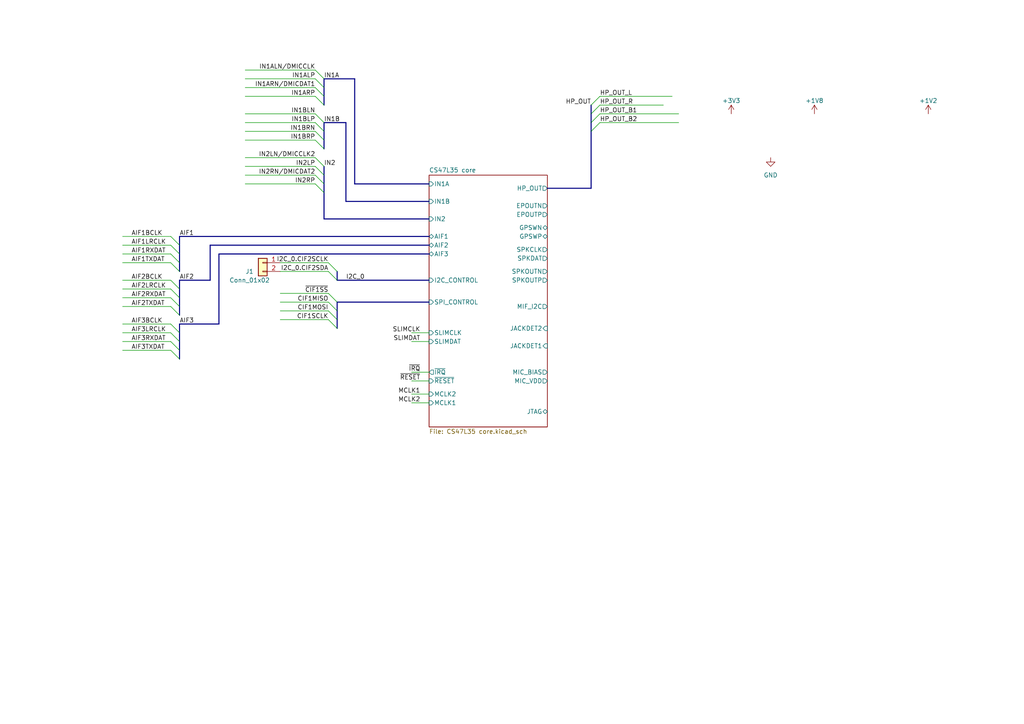
<source format=kicad_sch>
(kicad_sch (version 20230121) (generator eeschema)
  (paper "A4")
  (lib_symbols
    (symbol "Connector_Generic:Conn_01x02" (pin_names (offset 1.016) hide)
      (property "Reference" "J" (at 0 2.54 0))
      (property "Value" "Conn_01x02" (at 0 -5.08 0))
      (symbol "Conn_01x02_1_1"
        (rectangle (start -1.27 -2.413) (end 0 -2.667) (stroke (width 0.1524)))
        (rectangle (start -1.27 0.127) (end 0 -0.127) (stroke (width 0.1524)))
        (rectangle (start -1.27 1.27) (end 1.27 -3.81) (stroke (width 0.254)) (fill (type background)))
        (pin passive line (at -5.08 0 0) (length 3.81) (name "Pin_1") (number "1"))
        (pin passive line (at -5.08 -2.54 0) (length 3.81) (name "Pin_2") (number "2"))
      )
    )
    (symbol "power:+1V2" (power) (pin_names (offset 0))
      (property "Value" "+1V2" (at 0 3.556 0))
      (symbol "+1V2_0_1"
        (polyline (pts (xy -0.762 1.27) (xy 0 2.54)))
        (polyline (pts (xy 0 0) (xy 0 2.54)))
        (polyline (pts (xy 0 2.54) (xy 0.762 1.27)))
      )
      (symbol "+1V2_1_1"
        (pin power_in line (at 0 0 90) (length 0) hide (name "+1V2") (number "1"))
      )
    )
    (symbol "power:+1V8" (power) (pin_names (offset 0))
      (property "Value" "+1V8" (at 0 3.556 0))
      (symbol "+1V8_0_1"
        (polyline (pts (xy -0.762 1.27) (xy 0 2.54)))
        (polyline (pts (xy 0 0) (xy 0 2.54)))
        (polyline (pts (xy 0 2.54) (xy 0.762 1.27)))
      )
      (symbol "+1V8_1_1"
        (pin power_in line (at 0 0 90) (length 0) hide (name "+1V8") (number "1"))
      )
    )
    (symbol "power:+3V3" (power) (pin_names (offset 0))
      (property "Value" "+3V3" (at 0 3.556 0))
      (symbol "+3V3_0_1"
        (polyline (pts (xy -0.762 1.27) (xy 0 2.54)))
        (polyline (pts (xy 0 0) (xy 0 2.54)))
        (polyline (pts (xy 0 2.54) (xy 0.762 1.27)))
      )
      (symbol "+3V3_1_1"
        (pin power_in line (at 0 0 90) (length 0) hide (name "+3V3") (number "1"))
      )
    )
    (symbol "power:GND" (power) (pin_names (offset 0))
      (property "Value" "GND" (at 0 -3.81 0))
      (symbol "GND_0_1"
        (polyline (pts (xy 0 0) (xy 0 -1.27) (xy 1.27 -1.27) (xy 0 -2.54) (xy -1.27 -1.27) (xy 0 -1.27)))
      )
      (symbol "GND_1_1"
        (pin power_in line (at 0 0 270) (length 0) hide (name "GND") (number "1"))
      )
    )
  )
  (bus_entry (at 173.99 33.02) (size -2.54 2.54))
  (bus_entry (at 93.98 38.1) (size -2.54 -2.54))
  (bus_entry (at 49.53 93.98) (size 2.54 2.54))
  (bus_entry (at 97.79 81.28) (size -2.54 -2.54))
  (bus_entry (at 93.98 30.48) (size -2.54 -2.54))
  (bus_entry (at 49.53 86.36) (size 2.54 2.54))
  (bus_entry (at 93.98 35.56) (size -2.54 -2.54))
  (bus_entry (at 93.98 25.4) (size -2.54 -2.54))
  (bus_entry (at 49.53 88.9) (size 2.54 2.54))
  (bus_entry (at 49.53 101.6) (size 2.54 2.54))
  (bus_entry (at 49.53 76.2) (size 2.54 2.54))
  (bus_entry (at 97.79 90.17) (size -2.54 -2.54))
  (bus_entry (at 49.53 68.58) (size 2.54 2.54))
  (bus_entry (at 49.53 96.52) (size 2.54 2.54))
  (bus_entry (at 97.79 78.74) (size -2.54 -2.54))
  (bus_entry (at 49.53 73.66) (size 2.54 2.54))
  (bus_entry (at 91.44 53.34) (size 2.54 2.54))
  (bus_entry (at 91.44 50.8) (size 2.54 2.54))
  (bus_entry (at 97.79 95.25) (size -2.54 -2.54))
  (bus_entry (at 91.44 45.72) (size 2.54 2.54))
  (bus_entry (at 49.53 81.28) (size 2.54 2.54))
  (bus_entry (at 173.99 30.48) (size -2.54 2.54))
  (bus_entry (at 93.98 43.18) (size -2.54 -2.54))
  (bus_entry (at 97.79 87.63) (size -2.54 -2.54))
  (bus_entry (at 97.79 92.71) (size -2.54 -2.54))
  (bus_entry (at 49.53 99.06) (size 2.54 2.54))
  (bus_entry (at 93.98 40.64) (size -2.54 -2.54))
  (bus_entry (at 93.98 22.86) (size -2.54 -2.54))
  (bus_entry (at 173.99 35.56) (size -2.54 2.54))
  (bus_entry (at 49.53 83.82) (size 2.54 2.54))
  (bus_entry (at 173.99 27.94) (size -2.54 2.54))
  (bus_entry (at 93.98 27.94) (size -2.54 -2.54))
  (bus_entry (at 91.44 48.26) (size 2.54 2.54))
  (bus_entry (at 49.53 71.12) (size 2.54 2.54))
  (wire (pts (xy 35.56 101.6) (xy 49.53 101.6)))
  (bus (pts (xy 93.98 53.34) (xy 93.98 55.88)))
  (wire (pts (xy 81.28 87.63) (xy 95.25 87.63)))
  (bus (pts (xy 60.96 71.12) (xy 60.96 81.28)))
  (bus (pts (xy 171.45 30.48) (xy 171.45 33.02)))
  (wire (pts (xy 119.38 114.3) (xy 124.46 114.3)))
  (bus (pts (xy 52.07 96.52) (xy 52.07 99.06)))
  (wire (pts (xy 91.44 22.86) (xy 71.12 22.86)))
  (wire (pts (xy 71.12 45.72) (xy 91.44 45.72)))
  (bus (pts (xy 63.5 73.66) (xy 124.46 73.66)))
  (wire (pts (xy 194.945 27.94) (xy 173.99 27.94)))
  (bus (pts (xy 93.98 63.5) (xy 124.46 63.5)))
  (bus (pts (xy 171.45 35.56) (xy 171.45 38.1)))
  (bus (pts (xy 52.07 93.98) (xy 52.07 96.52)))
  (wire (pts (xy 91.44 48.26) (xy 71.12 48.26)))
  (wire (pts (xy 95.25 78.74) (xy 81.28 78.74)))
  (wire (pts (xy 119.38 107.95) (xy 124.46 107.95)))
  (bus (pts (xy 97.79 87.63) (xy 97.79 90.17)))
  (bus (pts (xy 52.07 73.66) (xy 52.07 76.2)))
  (bus (pts (xy 52.07 68.58) (xy 124.46 68.58)))
  (wire (pts (xy 196.85 33.02) (xy 173.99 33.02)))
  (wire (pts (xy 196.85 35.56) (xy 173.99 35.56)))
  (wire (pts (xy 35.56 96.52) (xy 49.53 96.52)))
  (wire (pts (xy 35.56 99.06) (xy 49.53 99.06)))
  (wire (pts (xy 91.44 35.56) (xy 71.12 35.56)))
  (bus (pts (xy 63.5 73.66) (xy 63.5 93.98)))
  (wire (pts (xy 91.44 40.64) (xy 71.12 40.64)))
  (bus (pts (xy 93.98 48.26) (xy 93.98 50.8)))
  (wire (pts (xy 91.44 27.94) (xy 71.12 27.94)))
  (wire (pts (xy 35.56 81.28) (xy 49.53 81.28)))
  (bus (pts (xy 52.07 76.2) (xy 52.07 78.74)))
  (bus (pts (xy 52.07 68.58) (xy 52.07 71.12)))
  (wire (pts (xy 35.56 71.12) (xy 49.53 71.12)))
  (bus (pts (xy 52.07 71.12) (xy 52.07 73.66)))
  (bus (pts (xy 97.79 90.17) (xy 97.79 92.71)))
  (wire (pts (xy 119.38 99.06) (xy 124.46 99.06)))
  (bus (pts (xy 97.79 81.28) (xy 124.46 81.28)))
  (bus (pts (xy 171.45 54.61) (xy 171.45 38.1)))
  (bus (pts (xy 60.96 81.28) (xy 52.07 81.28)))
  (bus (pts (xy 93.98 35.56) (xy 100.33 35.56)))
  (wire (pts (xy 81.28 92.71) (xy 95.25 92.71)))
  (wire (pts (xy 71.12 25.4) (xy 91.44 25.4)))
  (bus (pts (xy 93.98 35.56) (xy 93.98 38.1)))
  (bus (pts (xy 102.87 22.86) (xy 93.98 22.86)))
  (wire (pts (xy 81.28 90.17) (xy 95.25 90.17)))
  (wire (pts (xy 119.38 96.52) (xy 124.46 96.52)))
  (bus (pts (xy 97.79 87.63) (xy 124.46 87.63)))
  (wire (pts (xy 35.56 76.2) (xy 49.53 76.2)))
  (bus (pts (xy 102.87 22.86) (xy 102.87 53.34)))
  (wire (pts (xy 71.12 33.02) (xy 91.44 33.02)))
  (bus (pts (xy 100.33 58.42) (xy 124.46 58.42)))
  (wire (pts (xy 71.12 38.1) (xy 91.44 38.1)))
  (wire (pts (xy 119.38 110.49) (xy 124.46 110.49)))
  (wire (pts (xy 119.38 116.84) (xy 124.46 116.84)))
  (bus (pts (xy 102.87 53.34) (xy 124.46 53.34)))
  (wire (pts (xy 81.28 85.09) (xy 95.25 85.09)))
  (bus (pts (xy 93.98 22.86) (xy 93.98 25.4)))
  (wire (pts (xy 35.56 68.58) (xy 49.53 68.58)))
  (bus (pts (xy 158.75 54.61) (xy 171.45 54.61)))
  (wire (pts (xy 91.44 53.34) (xy 71.12 53.34)))
  (bus (pts (xy 93.98 50.8) (xy 93.98 53.34)))
  (bus (pts (xy 63.5 93.98) (xy 52.07 93.98)))
  (bus (pts (xy 93.98 40.64) (xy 93.98 43.18)))
  (bus (pts (xy 52.07 101.6) (xy 52.07 104.14)))
  (bus (pts (xy 93.98 55.88) (xy 93.98 63.5)))
  (bus (pts (xy 93.98 25.4) (xy 93.98 27.94)))
  (bus (pts (xy 93.98 38.1) (xy 93.98 40.64)))
  (bus (pts (xy 52.07 83.82) (xy 52.07 86.36)))
  (wire (pts (xy 35.56 73.66) (xy 49.53 73.66)))
  (bus (pts (xy 97.79 78.74) (xy 97.79 81.28)))
  (bus (pts (xy 97.79 92.71) (xy 97.79 95.25)))
  (bus (pts (xy 52.07 99.06) (xy 52.07 101.6)))
  (bus (pts (xy 171.45 33.02) (xy 171.45 35.56)))
  (wire (pts (xy 35.56 93.98) (xy 49.53 93.98)))
  (bus (pts (xy 100.33 35.56) (xy 100.33 58.42)))
  (wire (pts (xy 71.12 20.32) (xy 91.44 20.32)))
  (bus (pts (xy 52.07 86.36) (xy 52.07 88.9)))
  (wire (pts (xy 35.56 83.82) (xy 49.53 83.82)))
  (bus (pts (xy 52.07 88.9) (xy 52.07 91.44)))
  (wire (pts (xy 35.56 88.9) (xy 49.53 88.9)))
  (wire (pts (xy 192.405 30.48) (xy 173.99 30.48)))
  (bus (pts (xy 93.98 27.94) (xy 93.98 30.48)))
  (wire (pts (xy 71.12 50.8) (xy 91.44 50.8)))
  (wire (pts (xy 35.56 86.36) (xy 49.53 86.36)))
  (bus (pts (xy 60.96 71.12) (xy 124.46 71.12)))
  (bus (pts (xy 52.07 81.28) (xy 52.07 83.82)))
  (wire (pts (xy 95.25 76.2) (xy 81.28 76.2)))
  (label "IN1BRP" (at 91.44 40.64 180))
  (label "CIF1MOSI" (at 95.25 90.17 180))
  (label "I2C_0" (at 100.33 81.28 0))
  (label "AIF1RXDAT" (at 38.1 73.66 0))
  (label "~{CIF1SS}" (at 95.25 85.09 180))
  (label "~{IRQ}" (at 121.92 107.95 180))
  (label "IN1BLN" (at 91.44 33.02 180))
  (label "IN2" (at 93.98 48.26 0))
  (label "IN1ALP" (at 91.44 22.86 180))
  (label "AIF1LRCLK" (at 38.1 71.12 0))
  (label "IN1ALN{slash}DMICCLK" (at 91.44 20.32 180))
  (label "AIF3LRCLK" (at 38.1 96.52 0))
  (label "HP_OUT_R" (at 173.99 30.48 0))
  (label "HP_OUT_B2" (at 173.99 35.56 0))
  (label "AIF3RXDAT" (at 38.1 99.06 0))
  (label "HP_OUT_L" (at 173.99 27.94 0))
  (label "AIF1BCLK" (at 38.1 68.58 0))
  (label "IN2RP" (at 91.44 53.34 180))
  (label "AIF2" (at 52.07 81.28 0))
  (label "AIF2TXDAT" (at 38.1 88.9 0))
  (label "HP_OUT" (at 171.45 30.48 180))
  (label "MCLK1" (at 121.92 114.3 180))
  (label "HP_OUT_B1" (at 173.99 33.02 0))
  (label "AIF3TXDAT" (at 38.1 101.6 0))
  (label "AIF2RXDAT" (at 38.1 86.36 0))
  (label "AIF1TXDAT" (at 38.1 76.2 0))
  (label "AIF3BCLK" (at 38.1 93.98 0))
  (label "IN1B" (at 93.98 35.56 0))
  (label "IN2RN{slash}DMICDAT2" (at 91.44 50.8 180))
  (label "SLIMCLK" (at 121.92 96.52 180))
  (label "IN1BRN" (at 91.44 38.1 180))
  (label "AIF2BCLK" (at 38.1 81.28 0))
  (label "I2C_0.CIF2SCLK" (at 95.25 76.2 180))
  (label "IN1A" (at 93.98 22.86 0))
  (label "AIF2LRCLK" (at 38.1 83.82 0))
  (label "IN2LN{slash}DMICCLK2" (at 91.44 45.72 180))
  (label "CIF1SCLK" (at 95.25 92.71 180))
  (label "~{RESET}" (at 121.92 110.49 180))
  (label "MCLK2" (at 121.92 116.84 180))
  (label "IN1ARN{slash}DMICDAT1" (at 91.44 25.4 180))
  (label "CIF1MISO" (at 95.25 87.63 180))
  (label "SLIMDAT" (at 121.92 99.06 180))
  (label "IN1ARP" (at 91.44 27.94 180))
  (label "AIF1" (at 52.07 68.58 0))
  (label "IN2LP" (at 91.44 48.26 180))
  (label "AIF3" (at 52.07 93.98 0))
  (label "I2C_0.CIF2SDA" (at 95.25 78.74 180))
  (label "IN1BLP" (at 91.44 35.56 180))
  (symbol (lib_id "power:GND") (at 223.52 45.72 0) (unit 1)
    (property "Reference" "#PWR028" (effects hide))
    (property "Value" "GND" (at 223.52 50.8 0))
  )
  (symbol (lib_id "Connector_Generic:Conn_01x02") (at 76.2 76.2 0) (mirror y) (unit 1)
    (property "Reference" "J1" (at 72.39 78.74 0))
    (property "Value" "Conn_01x02" (at 72.39 81.28 0))
    (property "Footprint" "Connector_PinHeader_2.00mm:PinHeader_1x02_P2.00mm_Vertical" (effects hide))
  )
  (symbol (lib_id "power:+1V2") (at 269.24 33.02 0) (unit 1)
    (property "Reference" "#PWR030" (effects hide))
    (property "Value" "+1V2" (at 269.24 29.21 0))
  )
  (symbol (lib_id "power:+3V3") (at 212.09 33.02 0) (unit 1)
    (property "Reference" "#PWR027" (effects hide))
    (property "Value" "+3V3" (at 212.09 29.21 0))
  )
  (symbol (lib_id "power:+1V8") (at 236.22 33.02 0) (unit 1)
    (property "Reference" "#PWR029" (effects hide))
    (property "Value" "+1V8" (at 236.22 29.21 0))
  )
  (sheet (at 124.46 50.8) (size 34.29 73.025) (stroke (width 0.1524))
    (property "Sheetname" "CS47L35 core" (at 124.46 50.0884 0) (effects (justify left bottom)))
    (property "Sheetfile" "CS47L35 core.kicad_sch" (at 124.46 124.4096 0) (effects (justify left top)))
    (pin "MIF_I2C" output (at 158.75 88.9 0))
    (pin "SPKOUTP" output (at 158.75 81.28 0))
    (pin "SPKOUTN" output (at 158.75 78.74 0))
    (pin "HP_OUT" output (at 158.75 54.61 0))
    (pin "SPKCLK" output (at 158.75 72.39 0))
    (pin "JACKDET2" input (at 158.75 95.25 0))
    (pin "JACKDET1" input (at 158.75 100.33 0))
    (pin "GPSWP" tri_state (at 158.75 68.58 0))
    (pin "EPOUTP" output (at 158.75 62.23 0))
    (pin "GPSWN" tri_state (at 158.75 66.04 0))
    (pin "EPOUTN" output (at 158.75 59.69 0))
    (pin "~{IRQ}" output (at 124.46 107.95 180))
    (pin "~{RESET}" input (at 124.46 110.49 180))
    (pin "AIF1" bidirectional (at 124.46 68.58 180))
    (pin "MCLK2" input (at 124.46 114.3 180))
    (pin "MCLK1" input (at 124.46 116.84 180))
    (pin "I2C_CONTROL" input (at 124.46 81.28 180))
    (pin "SPI_CONTROL" input (at 124.46 87.63 180))
    (pin "SLIMCLK" input (at 124.46 96.52 180))
    (pin "SLIMDAT" input (at 124.46 99.06 180))
    (pin "JTAG" bidirectional (at 158.75 119.38 0))
    (pin "IN1B" input (at 124.46 58.42 180))
    (pin "IN1A" input (at 124.46 53.34 180))
    (pin "IN2" input (at 124.46 63.5 180))
    (pin "MIC_BIAS" output (at 158.75 107.95 0))
    (pin "AIF3" bidirectional (at 124.46 73.66 180))
    (pin "AIF2" bidirectional (at 124.46 71.12 180))
    (pin "MIC_VDD" output (at 158.75 110.49 0))
    (pin "SPKDAT" output (at 158.75 74.93 0))
  )
)
</source>
